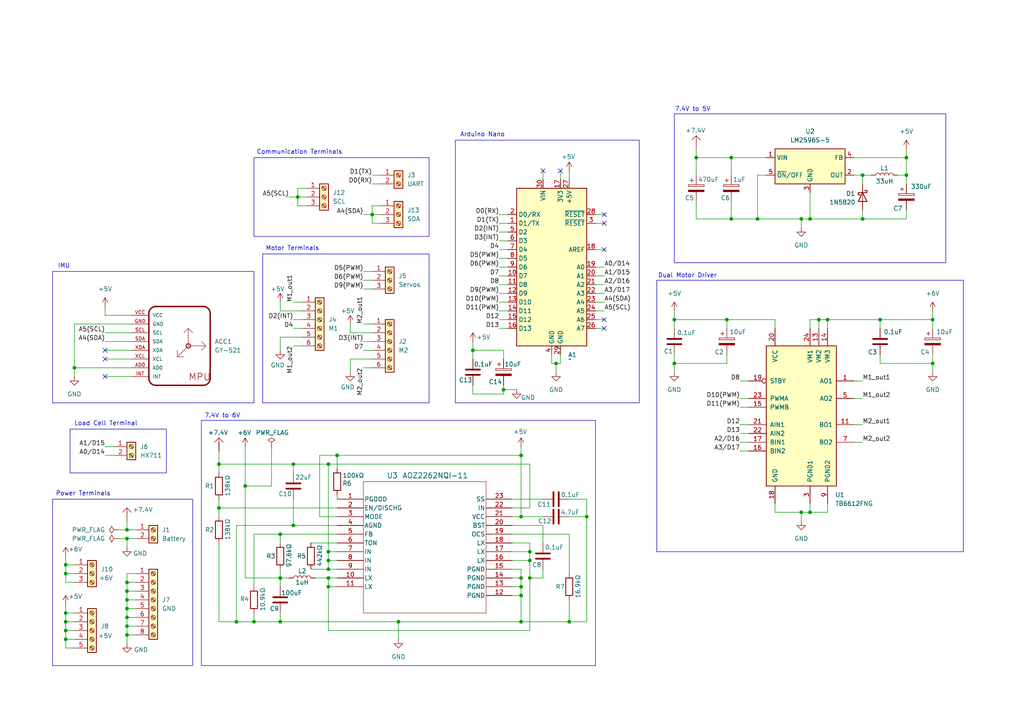
<source format=kicad_sch>
(kicad_sch (version 20231120) (generator "eeschema") (generator_version "8.0")
  (paper "A4")
  (junction (at 19.05 185.42))
  (junction (at 19.05 163.83))
  (junction (at 19.05 180.34))
  (junction (at 212.09 45.72))
  (junction (at 36.83 171.45))
  (junction (at 151.13 149.86))
  (junction (at 86.36 57.15))
  (junction (at 151.13 170.18))
  (junction (at 36.83 179.07))
  (junction (at 95.25 165.1))
  (junction (at 81.28 180.34))
  (junction (at 95.25 134.62))
  (junction (at 270.51 92.71))
  (junction (at 19.05 166.37))
  (junction (at 21.59 106.68))
  (junction (at 201.93 45.72))
  (junction (at 68.58 180.34))
  (junction (at 151.13 167.64))
  (junction (at 250.19 63.5))
  (junction (at 36.83 181.61))
  (junction (at 85.09 134.62))
  (junction (at 19.05 182.88))
  (junction (at 63.5 147.32))
  (junction (at 262.89 45.72))
  (junction (at 151.13 180.34))
  (junction (at 137.16 101.6))
  (junction (at 36.83 176.53))
  (junction (at 97.79 132.08))
  (junction (at 95.25 170.18))
  (junction (at 262.89 50.8))
  (junction (at 195.58 92.71))
  (junction (at 153.67 167.64))
  (junction (at 153.67 162.56))
  (junction (at 255.27 92.71))
  (junction (at 36.83 184.15))
  (junction (at 36.83 173.99))
  (junction (at 36.83 156.21))
  (junction (at 115.57 180.34))
  (junction (at 95.25 167.64))
  (junction (at 240.03 92.71))
  (junction (at 212.09 63.5))
  (junction (at 153.67 160.02))
  (junction (at 19.05 177.8))
  (junction (at 237.49 92.71))
  (junction (at 151.13 172.72))
  (junction (at 95.25 162.56))
  (junction (at 95.25 160.02))
  (junction (at 170.18 149.86))
  (junction (at 210.82 92.71))
  (junction (at 270.51 105.41))
  (junction (at 71.12 140.97))
  (junction (at 81.28 154.94))
  (junction (at 107.95 62.23))
  (junction (at 232.41 148.59))
  (junction (at 219.71 63.5))
  (junction (at 146.05 113.03))
  (junction (at 81.28 167.64))
  (junction (at 232.41 63.5))
  (junction (at 36.83 168.91))
  (junction (at 234.95 148.59))
  (junction (at 250.19 50.8))
  (junction (at 73.66 180.34))
  (junction (at 234.95 63.5))
  (junction (at 165.1 180.34))
  (junction (at 63.5 134.62))
  (junction (at 161.29 105.41))
  (junction (at 195.58 105.41))
  (junction (at 36.83 153.67))
  (junction (at 151.13 132.08))
  (junction (at 85.09 152.4))
  (no_connect (at 30.48 109.22))
  (no_connect (at 157.48 49.53))
  (no_connect (at 175.26 62.23))
  (no_connect (at 175.26 92.71))
  (no_connect (at 162.56 49.53))
  (no_connect (at 175.26 64.77))
  (no_connect (at 175.26 72.39))
  (no_connect (at 30.48 104.14))
  (no_connect (at 30.48 101.6))
  (no_connect (at 175.26 95.25))
  (wire (pts (xy 262.89 63.5) (xy 250.19 63.5)))
  (wire (pts (xy 137.16 104.14) (xy 137.16 101.6)))
  (wire (pts (xy 175.26 82.55) (xy 172.72 82.55)))
  (wire (pts (xy 195.58 92.71) (xy 210.82 92.71)))
  (wire (pts (xy 224.79 92.71) (xy 224.79 95.25)))
  (wire (pts (xy 237.49 92.71) (xy 237.49 95.25)))
  (wire (pts (xy 105.41 78.74) (xy 107.95 78.74)))
  (wire (pts (xy 232.41 151.13) (xy 232.41 148.59)))
  (wire (pts (xy 19.05 177.8) (xy 19.05 180.34)))
  (wire (pts (xy 172.72 62.23) (xy 175.26 62.23)))
  (wire (pts (xy 234.95 92.71) (xy 237.49 92.71)))
  (wire (pts (xy 165.1 166.37) (xy 165.1 154.94)))
  (wire (pts (xy 151.13 172.72) (xy 148.59 172.72)))
  (wire (pts (xy 210.82 102.87) (xy 210.82 105.41)))
  (wire (pts (xy 105.41 83.82) (xy 107.95 83.82)))
  (wire (pts (xy 81.28 165.1) (xy 81.28 167.64)))
  (wire (pts (xy 234.95 95.25) (xy 234.95 92.71)))
  (wire (pts (xy 151.13 149.86) (xy 157.48 149.86)))
  (wire (pts (xy 144.78 87.63) (xy 147.32 87.63)))
  (wire (pts (xy 262.89 53.34) (xy 262.89 50.8)))
  (wire (pts (xy 212.09 45.72) (xy 222.25 45.72)))
  (wire (pts (xy 36.83 176.53) (xy 36.83 179.07)))
  (wire (pts (xy 151.13 132.08) (xy 151.13 149.86)))
  (wire (pts (xy 172.72 95.25) (xy 175.26 95.25)))
  (wire (pts (xy 214.63 118.11) (xy 217.17 118.11)))
  (wire (pts (xy 160.02 102.87) (xy 160.02 105.41)))
  (wire (pts (xy 151.13 165.1) (xy 151.13 167.64)))
  (wire (pts (xy 212.09 63.5) (xy 212.09 58.42)))
  (wire (pts (xy 19.05 185.42) (xy 19.05 187.96)))
  (wire (pts (xy 175.26 87.63) (xy 172.72 87.63)))
  (wire (pts (xy 170.18 149.86) (xy 170.18 144.78)))
  (wire (pts (xy 86.36 59.69) (xy 88.9 59.69)))
  (wire (pts (xy 34.29 156.21) (xy 36.83 156.21)))
  (wire (pts (xy 144.78 80.01) (xy 147.32 80.01)))
  (wire (pts (xy 161.29 105.41) (xy 161.29 107.95)))
  (wire (pts (xy 137.16 99.06) (xy 137.16 101.6)))
  (wire (pts (xy 73.66 180.34) (xy 81.28 180.34)))
  (wire (pts (xy 234.95 63.5) (xy 250.19 63.5)))
  (wire (pts (xy 19.05 161.29) (xy 19.05 163.83)))
  (wire (pts (xy 148.59 157.48) (xy 153.67 157.48)))
  (wire (pts (xy 195.58 105.41) (xy 210.82 105.41)))
  (wire (pts (xy 68.58 180.34) (xy 73.66 180.34)))
  (wire (pts (xy 165.1 180.34) (xy 170.18 180.34)))
  (wire (pts (xy 157.48 152.4) (xy 157.48 157.48)))
  (wire (pts (xy 81.28 97.79) (xy 87.63 97.79)))
  (wire (pts (xy 73.66 154.94) (xy 81.28 154.94)))
  (wire (pts (xy 36.83 184.15) (xy 39.37 184.15)))
  (wire (pts (xy 95.25 182.88) (xy 153.67 182.88)))
  (wire (pts (xy 85.09 100.33) (xy 87.63 100.33)))
  (wire (pts (xy 165.1 149.86) (xy 170.18 149.86)))
  (wire (pts (xy 19.05 187.96) (xy 21.59 187.96)))
  (wire (pts (xy 110.49 59.69) (xy 107.95 59.69)))
  (wire (pts (xy 36.83 173.99) (xy 36.83 176.53)))
  (wire (pts (xy 262.89 60.96) (xy 262.89 63.5)))
  (wire (pts (xy 144.78 90.17) (xy 147.32 90.17)))
  (wire (pts (xy 153.67 157.48) (xy 153.67 160.02)))
  (wire (pts (xy 262.89 43.18) (xy 262.89 45.72)))
  (wire (pts (xy 95.25 160.02) (xy 97.79 160.02)))
  (wire (pts (xy 234.95 146.05) (xy 234.95 148.59)))
  (wire (pts (xy 36.83 181.61) (xy 36.83 184.15)))
  (wire (pts (xy 101.6 104.14) (xy 107.95 104.14)))
  (wire (pts (xy 81.28 177.8) (xy 81.28 180.34)))
  (wire (pts (xy 232.41 148.59) (xy 224.79 148.59)))
  (wire (pts (xy 151.13 170.18) (xy 151.13 172.72)))
  (wire (pts (xy 81.28 157.48) (xy 81.28 154.94)))
  (wire (pts (xy 214.63 123.19) (xy 217.17 123.19)))
  (wire (pts (xy 36.83 173.99) (xy 39.37 173.99)))
  (wire (pts (xy 85.09 144.78) (xy 85.09 152.4)))
  (wire (pts (xy 73.66 177.8) (xy 73.66 180.34)))
  (wire (pts (xy 165.1 49.53) (xy 165.1 52.07)))
  (wire (pts (xy 78.74 129.54) (xy 78.74 140.97)))
  (wire (pts (xy 19.05 175.26) (xy 19.05 177.8)))
  (wire (pts (xy 146.05 101.6) (xy 146.05 104.14)))
  (wire (pts (xy 34.29 153.67) (xy 36.83 153.67)))
  (wire (pts (xy 105.41 62.23) (xy 107.95 62.23)))
  (wire (pts (xy 201.93 63.5) (xy 212.09 63.5)))
  (wire (pts (xy 170.18 144.78) (xy 165.1 144.78)))
  (wire (pts (xy 36.83 181.61) (xy 39.37 181.61)))
  (wire (pts (xy 210.82 92.71) (xy 210.82 95.25)))
  (wire (pts (xy 201.93 45.72) (xy 212.09 45.72)))
  (wire (pts (xy 36.83 153.67) (xy 39.37 153.67)))
  (wire (pts (xy 255.27 95.25) (xy 255.27 92.71)))
  (wire (pts (xy 97.79 132.08) (xy 97.79 135.89)))
  (wire (pts (xy 81.28 101.6) (xy 81.28 97.79)))
  (wire (pts (xy 63.5 134.62) (xy 63.5 130.81)))
  (wire (pts (xy 95.25 162.56) (xy 95.25 165.1)))
  (wire (pts (xy 88.9 54.61) (xy 86.36 54.61)))
  (wire (pts (xy 262.89 45.72) (xy 262.89 50.8)))
  (wire (pts (xy 252.73 50.8) (xy 250.19 50.8)))
  (wire (pts (xy 90.17 157.48) (xy 97.79 157.48)))
  (wire (pts (xy 270.51 90.17) (xy 270.51 92.71)))
  (wire (pts (xy 92.71 132.08) (xy 97.79 132.08)))
  (wire (pts (xy 144.78 77.47) (xy 147.32 77.47)))
  (wire (pts (xy 240.03 146.05) (xy 240.03 148.59)))
  (wire (pts (xy 30.48 101.6) (xy 38.1 101.6)))
  (wire (pts (xy 85.09 92.71) (xy 87.63 92.71)))
  (wire (pts (xy 30.48 91.44) (xy 38.1 91.44)))
  (wire (pts (xy 19.05 182.88) (xy 19.05 185.42)))
  (wire (pts (xy 81.28 167.64) (xy 81.28 170.18)))
  (wire (pts (xy 63.5 147.32) (xy 63.5 149.86)))
  (wire (pts (xy 195.58 105.41) (xy 195.58 107.95)))
  (wire (pts (xy 137.16 114.3) (xy 146.05 114.3)))
  (wire (pts (xy 195.58 95.25) (xy 195.58 92.71)))
  (wire (pts (xy 36.83 158.75) (xy 36.83 156.21)))
  (wire (pts (xy 148.59 167.64) (xy 151.13 167.64)))
  (wire (pts (xy 144.78 72.39) (xy 147.32 72.39)))
  (wire (pts (xy 19.05 185.42) (xy 21.59 185.42)))
  (wire (pts (xy 162.56 49.53) (xy 162.56 52.07)))
  (wire (pts (xy 71.12 140.97) (xy 71.12 167.64)))
  (wire (pts (xy 85.09 95.25) (xy 87.63 95.25)))
  (wire (pts (xy 105.41 106.68) (xy 107.95 106.68)))
  (wire (pts (xy 86.36 57.15) (xy 88.9 57.15)))
  (wire (pts (xy 153.67 160.02) (xy 153.67 162.56)))
  (wire (pts (xy 214.63 128.27) (xy 217.17 128.27)))
  (wire (pts (xy 36.83 166.37) (xy 36.83 168.91)))
  (wire (pts (xy 73.66 170.18) (xy 73.66 154.94)))
  (wire (pts (xy 153.67 162.56) (xy 148.59 162.56)))
  (wire (pts (xy 144.78 62.23) (xy 147.32 62.23)))
  (wire (pts (xy 90.17 165.1) (xy 95.25 165.1)))
  (wire (pts (xy 36.83 168.91) (xy 39.37 168.91)))
  (wire (pts (xy 63.5 134.62) (xy 85.09 134.62)))
  (wire (pts (xy 175.26 77.47) (xy 172.72 77.47)))
  (wire (pts (xy 255.27 102.87) (xy 255.27 105.41)))
  (wire (pts (xy 107.95 64.77) (xy 110.49 64.77)))
  (wire (pts (xy 92.71 149.86) (xy 92.71 132.08)))
  (wire (pts (xy 97.79 143.51) (xy 97.79 144.78)))
  (wire (pts (xy 95.25 162.56) (xy 97.79 162.56)))
  (wire (pts (xy 250.19 110.49) (xy 247.65 110.49)))
  (wire (pts (xy 250.19 123.19) (xy 247.65 123.19)))
  (wire (pts (xy 19.05 166.37) (xy 21.59 166.37)))
  (wire (pts (xy 19.05 163.83) (xy 19.05 166.37)))
  (wire (pts (xy 240.03 148.59) (xy 234.95 148.59)))
  (wire (pts (xy 250.19 50.8) (xy 247.65 50.8)))
  (wire (pts (xy 107.95 62.23) (xy 107.95 64.77)))
  (wire (pts (xy 146.05 113.03) (xy 146.05 111.76)))
  (wire (pts (xy 270.51 105.41) (xy 270.51 107.95)))
  (wire (pts (xy 255.27 92.71) (xy 270.51 92.71)))
  (wire (pts (xy 214.63 125.73) (xy 217.17 125.73)))
  (wire (pts (xy 234.95 63.5) (xy 234.95 55.88)))
  (wire (pts (xy 81.28 180.34) (xy 115.57 180.34)))
  (wire (pts (xy 157.48 165.1) (xy 157.48 167.64)))
  (wire (pts (xy 21.59 106.68) (xy 21.59 109.22)))
  (wire (pts (xy 151.13 149.86) (xy 148.59 149.86)))
  (wire (pts (xy 214.63 115.57) (xy 217.17 115.57)))
  (wire (pts (xy 101.6 93.98) (xy 101.6 96.52)))
  (wire (pts (xy 30.48 129.54) (xy 33.02 129.54)))
  (wire (pts (xy 36.83 166.37) (xy 39.37 166.37)))
  (wire (pts (xy 153.67 162.56) (xy 153.67 167.64)))
  (wire (pts (xy 210.82 92.71) (xy 224.79 92.71)))
  (wire (pts (xy 81.28 167.64) (xy 83.82 167.64)))
  (wire (pts (xy 91.44 167.64) (xy 95.25 167.64)))
  (wire (pts (xy 232.41 63.5) (xy 234.95 63.5)))
  (wire (pts (xy 19.05 182.88) (xy 21.59 182.88)))
  (wire (pts (xy 101.6 107.95) (xy 101.6 104.14)))
  (wire (pts (xy 85.09 152.4) (xy 97.79 152.4)))
  (wire (pts (xy 86.36 54.61) (xy 86.36 57.15)))
  (wire (pts (xy 105.41 93.98) (xy 107.95 93.98)))
  (wire (pts (xy 219.71 50.8) (xy 219.71 63.5)))
  (wire (pts (xy 144.78 85.09) (xy 147.32 85.09)))
  (wire (pts (xy 219.71 50.8) (xy 222.25 50.8)))
  (wire (pts (xy 63.5 147.32) (xy 97.79 147.32)))
  (wire (pts (xy 86.36 57.15) (xy 86.36 59.69)))
  (wire (pts (xy 153.67 167.64) (xy 153.67 182.88)))
  (wire (pts (xy 95.25 134.62) (xy 95.25 160.02)))
  (wire (pts (xy 105.41 81.28) (xy 107.95 81.28)))
  (wire (pts (xy 115.57 180.34) (xy 151.13 180.34)))
  (wire (pts (xy 36.83 168.91) (xy 36.83 171.45)))
  (wire (pts (xy 30.48 132.08) (xy 33.02 132.08)))
  (wire (pts (xy 107.95 50.8) (xy 110.49 50.8)))
  (wire (pts (xy 95.25 167.64) (xy 95.25 170.18)))
  (wire (pts (xy 85.09 134.62) (xy 95.25 134.62)))
  (wire (pts (xy 250.19 115.57) (xy 247.65 115.57)))
  (wire (pts (xy 107.95 53.34) (xy 110.49 53.34)))
  (wire (pts (xy 201.93 58.42) (xy 201.93 63.5)))
  (wire (pts (xy 30.48 99.06) (xy 38.1 99.06)))
  (wire (pts (xy 21.59 106.68) (xy 38.1 106.68)))
  (wire (pts (xy 36.83 176.53) (xy 39.37 176.53)))
  (wire (pts (xy 212.09 45.72) (xy 212.09 50.8)))
  (wire (pts (xy 30.48 88.9) (xy 30.48 91.44)))
  (wire (pts (xy 224.79 148.59) (xy 224.79 146.05)))
  (wire (pts (xy 153.67 134.62) (xy 153.67 147.32)))
  (wire (pts (xy 165.1 154.94) (xy 148.59 154.94)))
  (wire (pts (xy 137.16 101.6) (xy 146.05 101.6)))
  (wire (pts (xy 153.67 147.32) (xy 148.59 147.32)))
  (wire (pts (xy 250.19 53.34) (xy 250.19 50.8)))
  (wire (pts (xy 68.58 152.4) (xy 85.09 152.4)))
  (wire (pts (xy 144.78 74.93) (xy 147.32 74.93)))
  (wire (pts (xy 234.95 148.59) (xy 232.41 148.59)))
  (wire (pts (xy 97.79 149.86) (xy 92.71 149.86)))
  (wire (pts (xy 237.49 92.71) (xy 240.03 92.71)))
  (wire (pts (xy 30.48 104.14) (xy 38.1 104.14)))
  (wire (pts (xy 146.05 114.3) (xy 146.05 113.03)))
  (wire (pts (xy 170.18 180.34) (xy 170.18 149.86)))
  (wire (pts (xy 144.78 92.71) (xy 147.32 92.71)))
  (wire (pts (xy 105.41 99.06) (xy 107.95 99.06)))
  (wire (pts (xy 172.72 92.71) (xy 175.26 92.71)))
  (wire (pts (xy 175.26 80.01) (xy 172.72 80.01)))
  (wire (pts (xy 240.03 92.71) (xy 240.03 95.25)))
  (wire (pts (xy 212.09 63.5) (xy 219.71 63.5)))
  (wire (pts (xy 19.05 180.34) (xy 21.59 180.34)))
  (wire (pts (xy 201.93 43.18) (xy 201.93 45.72)))
  (wire (pts (xy 21.59 93.98) (xy 21.59 106.68)))
  (wire (pts (xy 105.41 101.6) (xy 107.95 101.6)))
  (wire (pts (xy 71.12 129.54) (xy 71.12 140.97)))
  (wire (pts (xy 232.41 66.04) (xy 232.41 63.5)))
  (wire (pts (xy 36.83 179.07) (xy 36.83 181.61)))
  (wire (pts (xy 144.78 64.77) (xy 147.32 64.77)))
  (wire (pts (xy 144.78 95.25) (xy 147.32 95.25)))
  (wire (pts (xy 36.83 171.45) (xy 39.37 171.45)))
  (wire (pts (xy 101.6 96.52) (xy 107.95 96.52)))
  (wire (pts (xy 81.28 154.94) (xy 97.79 154.94)))
  (wire (pts (xy 157.48 144.78) (xy 148.59 144.78)))
  (wire (pts (xy 262.89 50.8) (xy 260.35 50.8)))
  (wire (pts (xy 162.56 105.41) (xy 162.56 102.87)))
  (wire (pts (xy 19.05 163.83) (xy 21.59 163.83)))
  (wire (pts (xy 19.05 177.8) (xy 21.59 177.8)))
  (wire (pts (xy 148.59 165.1) (xy 151.13 165.1)))
  (wire (pts (xy 81.28 87.63) (xy 81.28 90.17)))
  (wire (pts (xy 165.1 173.99) (xy 165.1 180.34)))
  (wire (pts (xy 30.48 96.52) (xy 38.1 96.52)))
  (wire (pts (xy 157.48 49.53) (xy 157.48 52.07)))
  (wire (pts (xy 144.78 69.85) (xy 147.32 69.85)))
  (wire (pts (xy 97.79 132.08) (xy 151.13 132.08)))
  (wire (pts (xy 151.13 180.34) (xy 165.1 180.34)))
  (wire (pts (xy 85.09 137.16) (xy 85.09 134.62)))
  (wire (pts (xy 161.29 105.41) (xy 162.56 105.41)))
  (wire (pts (xy 36.83 156.21) (xy 39.37 156.21)))
  (wire (pts (xy 250.19 60.96) (xy 250.19 63.5)))
  (wire (pts (xy 160.02 105.41) (xy 161.29 105.41)))
  (wire (pts (xy 19.05 180.34) (xy 19.05 182.88)))
  (wire (pts (xy 95.25 170.18) (xy 97.79 170.18)))
  (wire (pts (xy 21.59 93.98) (xy 38.1 93.98)))
  (wire (pts (xy 63.5 144.78) (xy 63.5 147.32)))
  (wire (pts (xy 21.59 168.91) (xy 19.05 168.91)))
  (wire (pts (xy 19.05 166.37) (xy 19.05 168.91)))
  (wire (pts (xy 36.83 171.45) (xy 36.83 173.99)))
  (wire (pts (xy 107.95 62.23) (xy 110.49 62.23)))
  (wire (pts (xy 71.12 167.64) (xy 81.28 167.64)))
  (wire (pts (xy 175.26 90.17) (xy 172.72 90.17)))
  (wire (pts (xy 95.25 160.02) (xy 95.25 162.56)))
  (wire (pts (xy 270.51 102.87) (xy 270.51 105.41)))
  (wire (pts (xy 144.78 67.31) (xy 147.32 67.31)))
  (wire (pts (xy 148.59 160.02) (xy 153.67 160.02)))
  (wire (pts (xy 270.51 92.71) (xy 270.51 95.25)))
  (wire (pts (xy 85.09 87.63) (xy 87.63 87.63)))
  (wire (pts (xy 63.5 180.34) (xy 68.58 180.34)))
  (wire (pts (xy 201.93 50.8) (xy 201.93 45.72)))
  (wire (pts (xy 195.58 90.17) (xy 195.58 92.71)))
  (wire (pts (xy 83.82 57.15) (xy 86.36 57.15)))
  (wire (pts (xy 175.26 85.09) (xy 172.72 85.09)))
  (wire (pts (xy 157.48 152.4) (xy 148.59 152.4)))
  (wire (pts (xy 97.79 167.64) (xy 95.25 167.64)))
  (wire (pts (xy 172.72 64.77) (xy 175.26 64.77)))
  (wire (pts (xy 95.25 165.1) (xy 97.79 165.1)))
  (wire (pts (xy 81.28 90.17) (xy 87.63 90.17)))
  (wire (pts (xy 107.95 59.69) (xy 107.95 62.23)))
  (wire (pts (xy 157.48 167.64) (xy 153.67 167.64)))
  (wire (pts (xy 240.03 92.71) (xy 255.27 92.71)))
  (wire (pts (xy 137.16 111.76) (xy 137.16 114.3)))
  (wire (pts (xy 30.48 109.22) (xy 38.1 109.22)))
  (wire (pts (xy 219.71 63.5) (xy 232.41 63.5)))
  (wire (pts (xy 144.78 82.55) (xy 147.32 82.55)))
  (wire (pts (xy 247.65 45.72) (xy 262.89 45.72)))
  (wire (pts (xy 36.83 179.07) (xy 39.37 179.07)))
  (wire (pts (xy 95.25 134.62) (xy 153.67 134.62)))
  (wire (pts (xy 115.57 185.42) (xy 115.57 180.34)))
  (wire (pts (xy 214.63 110.49) (xy 217.17 110.49)))
  (wire (pts (xy 151.13 167.64) (xy 151.13 170.18)))
  (wire (pts (xy 63.5 157.48) (xy 63.5 180.34)))
  (wire (pts (xy 149.86 113.03) (xy 146.05 113.03)))
  (wire (pts (xy 63.5 137.16) (xy 63.5 134.62)))
  (wire (pts (xy 151.13 172.72) (xy 151.13 180.34)))
  (wire (pts (xy 250.19 128.27) (xy 247.65 128.27)))
  (wire (pts (xy 255.27 105.41) (xy 270.51 105.41)))
  (wire (pts (xy 95.25 182.88) (xy 95.25 170.18)))
  (wire (pts (xy 214.63 130.81) (xy 217.17 130.81)))
  (wire (pts (xy 68.58 152.4) (xy 68.58 180.34)))
  (wire (pts (xy 151.13 129.54) (xy 151.13 132.08)))
  (wire (pts (xy 195.58 102.87) (xy 195.58 105.41)))
  (wire (pts (xy 148.59 170.18) (xy 151.13 170.18)))
  (wire (pts (xy 36.83 151.13) (xy 36.83 153.67)))
  (wire (pts (xy 36.83 184.15) (xy 36.83 186.69)))
  (wire (pts (xy 71.12 140.97) (xy 78.74 140.97)))
  (wire (pts (xy 172.72 72.39) (xy 175.26 72.39)))
  (rectangle (start 195.58 33.02) (end 274.32 76.2))
  (rectangle (start 73.66 45.72) (end 124.46 68.58))
  (rectangle (start 15.24 144.78) (end 55.88 193.04))
  (rectangle (start 58.42 121.92) (end 172.72 193.04))
  (rectangle (start 20.32 124.46) (end 48.26 137.16))
  (rectangle (start 15.24 78.74) (end 73.66 116.84))
  (rectangle (start 132.08 40.64) (end 185.42 116.84))
  (rectangle (start 190.5 81.28) (end 279.4 160.02))
  (rectangle (start 76.2 73.66) (end 124.46 116.84))
  (text "7.4V to 6V" (at 64.516 120.65 0) (effects (font (size 1.27 1.27))))
  (text "Communication Terminals" (at 86.868 44.196 0) (effects (font (size 1.27 1.27))))
  (text "Dual Motor Driver" (at 199.39 80.01 0) (effects (font (size 1.27 1.27))))
  (text "7.4V to 5V" (at 200.914 31.75 0) (effects (font (size 1.27 1.27))))
  (text "Arduino Nano" (at 139.954 39.116 0) (effects (font (size 1.27 1.27))))
  (text "Power Terminals" (at 24.13 143.256 0) (effects (font (size 1.27 1.27))))
  (text "Motor Terminals" (at 84.836 72.136 0) (effects (font (size 1.27 1.27))))
  (text "Load Cell Terminal" (at 30.734 122.936 0) (effects (font (size 1.27 1.27))))
  (text "IMU" (at 18.542 77.216 0) (effects (font (size 1.27 1.27))))
  (label "D12" (at 214.63 123.19 180))
  (label "A4(SDA)" (at 30.48 99.06 180))
  (label "D6(PWM)" (at 105.41 81.28 180))
  (label "D8" (at 214.63 110.49 180))
  (label "A1{slash}D15" (at 30.48 129.54 180))
  (label "D8" (at 144.78 82.55 180))
  (label "M1_out2" (at 250.19 115.57 0))
  (label "A5(SCL)" (at 30.48 96.52 180))
  (label "D5(PWM)" (at 144.78 74.93 180))
  (label "D6(PWM)" (at 144.78 77.47 180))
  (label "A3{slash}D17" (at 214.63 130.81 180))
  (label "D4" (at 85.09 95.25 180))
  (label "M2_out1" (at 105.41 93.98 90))
  (label "D2(INT)" (at 85.09 92.71 180))
  (label "D13" (at 144.78 95.25 180))
  (label "A5(SCL)" (at 175.26 90.17 0))
  (label "D10(PWM)" (at 144.78 87.63 180))
  (label "D9(PWM)" (at 105.41 83.82 180))
  (label "M2_out2" (at 105.41 106.68 270))
  (label "M1_out2" (at 85.09 100.33 270))
  (label "D0(RX)" (at 144.78 62.23 180))
  (label "M1_out1" (at 85.09 87.63 90))
  (label "D13" (at 214.63 125.73 180))
  (label "A1{slash}D15" (at 175.26 80.01 0))
  (label "A0{slash}D14" (at 175.26 77.47 0))
  (label "D7" (at 144.78 80.01 180))
  (label "D3(INT)" (at 144.78 69.85 180))
  (label "D1(TX)" (at 144.78 64.77 180))
  (label "D5(PWM)" (at 105.41 78.74 180))
  (label "A0{slash}D14" (at 30.48 132.08 180))
  (label "D3(INT)" (at 105.41 99.06 180))
  (label "M2_out2" (at 250.19 128.27 0))
  (label "D11(PWM)" (at 214.63 118.11 180))
  (label "D12" (at 144.78 92.71 180))
  (label "A2{slash}D16" (at 214.63 128.27 180))
  (label "M1_out1" (at 250.19 110.49 0))
  (label "D9(PWM)" (at 144.78 85.09 180))
  (label "D0(RX)" (at 107.95 53.34 180))
  (label "D10(PWM)" (at 214.63 115.57 180))
  (label "M2_out1" (at 250.19 123.19 0))
  (label "D7" (at 105.41 101.6 180))
  (label "A4(SDA)" (at 105.41 62.23 180))
  (label "A5(SCL)" (at 83.82 57.15 180))
  (label "D1(TX)" (at 107.95 50.8 180))
  (label "A3{slash}D17" (at 175.26 85.09 0))
  (label "D4" (at 144.78 72.39 180))
  (label "D11(PWM)" (at 144.78 90.17 180))
  (label "A2{slash}D16" (at 175.26 82.55 0))
  (label "D2(INT)" (at 144.78 67.31 180))
  (label "A4(SDA)" (at 175.26 87.63 0))
  (symbol (lib_id "power:GND") (at 115.57 185.42 0) (unit 1)
    (property "Reference" "#PWR09" (effects (hide yes)))
    (property "Value" "GND" (at 115.57 190.5 0))
    (property "Description" "Power symbol creates a global label with name \"GND\" , ground" (effects (hide yes)))
  )
  (symbol (lib_id "Connector:Screw_Terminal_01x03") (at 113.03 81.28 0) (unit 1)
    (property "Reference" "J5" (at 115.57 80.0099 0) (effects (justify left)))
    (property "Value" "Servos" (at 115.57 82.5499 0) (effects (justify left)))
    (property "Footprint" "TerminalBlock:TerminalBlock_Altech_AK300-3_P5.00mm" (effects (hide yes)))
    (property "Description" "Generic screw terminal, single row, 01x03, script generated (kicad-library-utils/schlib/autogen/connector/)" (effects (hide yes)))
  )
  (symbol (lib_id "power:GND") (at 81.28 101.6 0) (unit 1)
    (property "Reference" "#PWR016" (effects (hide yes)))
    (property "Value" "GND" (at 80.518 105.918 0))
    (property "Description" "Power symbol creates a global label with name \"GND\" , ground" (effects (hide yes)))
  )
  (symbol (lib_id "Connector:Screw_Terminal_01x06") (at 92.71 92.71 0) (unit 1)
    (property "Reference" "J4" (at 95.25 92.7099 0) (effects (justify left)))
    (property "Value" "M1" (at 95.25 95.2499 0) (effects (justify left)))
    (property "Footprint" "TerminalBlock:TerminalBlock_bornier-6_P5.08mm" (effects (hide yes)))
    (property "Description" "Generic screw terminal, single row, 01x06, script generated (kicad-library-utils/schlib/autogen/connector/)" (effects (hide yes)))
  )
  (symbol (lib_id "Device:R") (at 90.17 161.29 0) (unit 1)
    (property "Reference" "R5" (at 86.106 161.29 0) (effects (justify left)))
    (property "Value" "442kΩ" (at 92.71 164.338 90) (effects (justify left)))
    (property "Footprint" "Resistor_SMD:R_0402_1005Metric_Pad0.72x0.64mm_HandSolder" (effects (hide yes)))
    (property "Description" "Resistor" (effects (hide yes)))
  )
  (symbol (lib_id "Connector:Screw_Terminal_01x03") (at 93.98 57.15 0) (unit 1)
    (property "Reference" "J12" (at 96.52 55.8799 0) (effects (justify left)))
    (property "Value" "SCL" (at 96.52 58.4199 0) (effects (justify left)))
    (property "Footprint" "TerminalBlock:TerminalBlock_Altech_AK300-3_P5.00mm" (effects (hide yes)))
    (property "Description" "Generic screw terminal, single row, 01x03, script generated (kicad-library-utils/schlib/autogen/connector/)" (effects (hide yes)))
  )
  (symbol (lib_id "Connector:Screw_Terminal_01x02") (at 115.57 50.8 0) (unit 1)
    (property "Reference" "J3" (at 118.11 50.7999 0) (effects (justify left)))
    (property "Value" "UART" (at 118.11 53.3399 0) (effects (justify left)))
    (property "Footprint" "TerminalBlock:TerminalBlock_Altech_AK300-2_P5.00mm" (effects (hide yes)))
    (property "Description" "Generic screw terminal, single row, 01x02, script generated (kicad-library-utils/schlib/autogen/connector/)" (effects (hide yes)))
  )
  (symbol (lib_id "Connector:Screw_Terminal_01x08") (at 44.45 173.99 0) (unit 1)
    (property "Reference" "J7" (at 46.99 173.9899 0) (effects (justify left)))
    (property "Value" "GND" (at 46.99 176.5299 0) (effects (justify left)))
    (property "Footprint" "TerminalBlock:TerminalBlock_bornier-8_P5.08mm" (effects (hide yes)))
    (property "Description" "Generic screw terminal, single row, 01x08, script generated (kicad-library-utils/schlib/autogen/connector/)" (effects (hide yes)))
  )
  (symbol (lib_id "Connector:Screw_Terminal_01x02") (at 44.45 153.67 0) (unit 1)
    (property "Reference" "J1" (at 46.99 153.6699 0) (effects (justify left)))
    (property "Value" "Battery" (at 46.99 156.2099 0) (effects (justify left)))
    (property "Footprint" "TerminalBlock:TerminalBlock_Altech_AK300-2_P5.00mm" (effects (hide yes)))
    (property "Description" "Generic screw terminal, single row, 01x02, script generated (kicad-library-utils/schlib/autogen/connector/)" (effects (hide yes)))
  )
  (symbol (lib_id "Custom:+7.4V") (at 63.5 124.46 0) (unit 1)
    (property "Reference" "#PWR011" (effects (hide yes)))
    (property "Value" "+7.4V" (at 63.246 125.476 0))
  )
  (symbol (lib_id "power:+5V") (at 19.05 175.26 0) (unit 1)
    (property "Reference" "#PWR025" (effects (hide yes)))
    (property "Value" "+5V" (at 21.844 172.974 0))
    (property "Description" "Power symbol creates a global label with name \"+5V\"" (effects (hide yes)))
  )
  (symbol (lib_id "GY-521:GY-521") (at 54.61 100.33 0) (unit 1)
    (property "Reference" "ACC1" (at 62.23 99.0599 0) (effects (justify left)))
    (property "Value" "GY-521" (at 62.23 101.5999 0) (effects (justify left)))
    (property "Footprint" "GY-521:GY-521" (effects (hide yes)))
    (property "MF" "GODREAM FORDREAM CO., LIMITED" (effects (hide yes)))
    (property "Description_1" "\n                        \n                            Triple Axis Accelerometer Gyro Breakout\n                        \n" (effects (hide yes)))
    (property "Package" "Connector" (effects (hide yes)))
    (property "Price" "None" (effects (hide yes)))
    (property "SnapEDA_Link" "https://www.snapeda.com/parts/GY-521/GODREAM+FORDREAM+CO.%252C+LIMITED/view-part/?ref=snap" (effects (hide yes)))
    (property "MP" "GY-521" (effects (hide yes)))
    (property "Availability" "Not in stock" (effects (hide yes)))
    (property "Check_prices" "https://www.snapeda.com/parts/GY-521/GODREAM+FORDREAM+CO.%252C+LIMITED/view-part/?ref=eda" (effects (hide yes)))
  )
  (symbol (lib_id "Device:R") (at 73.66 173.99 0) (unit 1)
    (property "Reference" "R4" (at 69.596 173.736 0) (effects (justify left)))
    (property "Value" "10.9kΩ" (at 76.2 177.292 90) (effects (justify left)))
    (property "Footprint" "Resistor_SMD:R_0805_2012Metric_Pad1.20x1.40mm_HandSolder" (effects (hide yes)))
    (property "Description" "Resistor" (effects (hide yes)))
  )
  (symbol (lib_id "Device:C") (at 137.16 107.95 0) (unit 1)
    (property "Reference" "C13" (at 133.096 110.236 0) (effects (justify left)))
    (property "Value" "0.1uF" (at 137.414 105.664 0) (effects (justify left)))
    (property "Footprint" "Capacitor_SMD:C_0402_1005Metric_Pad0.74x0.62mm_HandSolder" (effects (hide yes)))
    (property "Description" "Unpolarized capacitor" (effects (hide yes)))
  )
  (symbol (lib_id "power:+6V") (at 19.05 161.29 0) (unit 1)
    (property "Reference" "#PWR021" (effects (hide yes)))
    (property "Value" "+6V" (at 21.844 159.258 0))
    (property "Description" "Power symbol creates a global label with name \"+6V\"" (effects (hide yes)))
  )
  (symbol (lib_id "power:GND") (at 232.41 66.04 0) (unit 1)
    (property "Reference" "#PWR06" (effects (hide yes)))
    (property "Value" "GND" (at 232.41 71.12 0))
    (property "Description" "Power symbol creates a global label with name \"GND\" , ground" (effects (hide yes)))
  )
  (symbol (lib_id "Device:R") (at 63.5 140.97 0) (unit 1)
    (property "Reference" "R1" (at 59.436 140.97 0) (effects (justify left)))
    (property "Value" "138kΩ" (at 66.04 144.018 90) (effects (justify left)))
    (property "Footprint" "Resistor_SMD:R_0603_1608Metric_Pad0.98x0.95mm_HandSolder" (effects (hide yes)))
    (property "Description" "Resistor" (effects (hide yes)))
  )
  (symbol (lib_id "power:+5V") (at 81.28 87.63 0) (unit 1)
    (property "Reference" "#PWR015" (effects (hide yes)))
    (property "Value" "+5V" (at 80.518 83.82 0))
    (property "Description" "Power symbol creates a global label with name \"+5V\"" (effects (hide yes)))
  )
  (symbol (lib_id "Connector:Screw_Terminal_01x03") (at 115.57 62.23 0) (unit 1)
    (property "Reference" "J13" (at 118.11 60.9599 0) (effects (justify left)))
    (property "Value" "SDA" (at 118.11 63.4999 0) (effects (justify left)))
    (property "Footprint" "TerminalBlock:TerminalBlock_Altech_AK300-3_P5.00mm" (effects (hide yes)))
    (property "Description" "Generic screw terminal, single row, 01x03, script generated (kicad-library-utils/schlib/autogen/connector/)" (effects (hide yes)))
  )
  (symbol (lib_id "power:GND") (at 270.51 107.95 0) (unit 1)
    (property "Reference" "#PWR05" (effects (hide yes)))
    (property "Value" "GND" (at 270.51 113.03 0))
    (property "Description" "Power symbol creates a global label with name \"GND\" , ground" (effects (hide yes)))
  )
  (symbol (lib_id "Device:C_Polarized") (at 270.51 99.06 0) (unit 1)
    (property "Reference" "C4" (at 266.954 102.108 0) (effects (justify left)))
    (property "Value" "10uF" (at 271.526 96.266 0) (effects (justify left)))
    (property "Footprint" "Capacitor_SMD:C_1206_3216Metric_Pad1.33x1.80mm_HandSolder" (effects (hide yes)))
    (property "Description" "Polarized capacitor" (effects (hide yes)))
  )
  (symbol (lib_id "Device:C") (at 81.28 173.99 0) (unit 1)
    (property "Reference" "C9" (at 78.232 176.53 0) (effects (justify left)))
    (property "Value" "100uF" (at 81.534 171.958 0) (effects (justify left)))
    (property "Footprint" "Capacitor_SMD:C_1206_3216Metric_Pad1.33x1.80mm_HandSolder" (effects (hide yes)))
    (property "Description" "Unpolarized capacitor" (effects (hide yes)))
  )
  (symbol (lib_id "power:GND") (at 161.29 107.95 0) (unit 1)
    (property "Reference" "#PWR019" (effects (hide yes)))
    (property "Value" "GND" (at 161.29 113.03 0))
    (property "Description" "Power symbol creates a global label with name \"GND\" , ground" (effects (hide yes)))
  )
  (symbol (lib_id "power:+5V") (at 101.6 93.98 0) (unit 1)
    (property "Reference" "#PWR017" (effects (hide yes)))
    (property "Value" "+5V" (at 100.838 90.17 0))
    (property "Description" "Power symbol creates a global label with name \"+5V\"" (effects (hide yes)))
  )
  (symbol (lib_id "power:GND") (at 36.83 186.69 0) (unit 1)
    (property "Reference" "#PWR020" (effects (hide yes)))
    (property "Value" "GND" (at 40.894 188.468 0))
    (property "Description" "Power symbol creates a global label with name \"GND\" , ground" (effects (hide yes)))
  )
  (symbol (lib_id "power:+5V") (at 262.89 43.18 0) (unit 1)
    (property "Reference" "#PWR08" (effects (hide yes)))
    (property "Value" "+5V" (at 262.89 38.1 0))
    (property "Description" "Power symbol creates a global label with name \"+5V\"" (effects (hide yes)))
  )
  (symbol (lib_id "Device:C_Polarized") (at 146.05 107.95 0) (unit 1)
    (property "Reference" "C14" (at 141.732 110.744 0) (effects (justify left)))
    (property "Value" "10uF" (at 146.304 105.664 0) (effects (justify left)))
    (property "Footprint" "Capacitor_SMD:C_1206_3216Metric_Pad1.33x1.80mm_HandSolder" (effects (hide yes)))
    (property "Description" "Polarized capacitor" (effects (hide yes)))
  )
  (symbol (lib_id "Device:C") (at 157.48 161.29 180) (unit 1)
    (property "Reference" "C8" (at 155.702 163.83 0))
    (property "Value" "0.1uF" (at 160.782 158.75 0))
    (property "Footprint" "Capacitor_SMD:C_0402_1005Metric_Pad0.74x0.62mm_HandSolder" (effects (hide yes)))
    (property "Description" "Unpolarized capacitor" (effects (hide yes)))
  )
  (symbol (lib_id "Device:C_Polarized") (at 201.93 54.61 0) (unit 1)
    (property "Reference" "C5" (at 198.628 57.404 0) (effects (justify left)))
    (property "Value" "470uF" (at 202.438 52.07 0) (effects (justify left)))
    (property "Footprint" "Capacitor_THT:CP_Radial_D6.3mm_P2.50mm" (effects (hide yes)))
    (property "Description" "Polarized capacitor" (effects (hide yes)))
  )
  (symbol (lib_id "Device:C_Polarized") (at 210.82 99.06 0) (unit 1)
    (property "Reference" "C2" (at 207.264 102.108 0) (effects (justify left)))
    (property "Value" "10uF" (at 211.582 96.266 0) (effects (justify left)))
    (property "Footprint" "Capacitor_SMD:C_1206_3216Metric_Pad1.33x1.80mm_HandSolder" (effects (hide yes)))
    (property "Description" "Polarized capacitor" (effects (hide yes)))
  )
  (symbol (lib_id "Device:C_Polarized") (at 212.09 54.61 0) (unit 1)
    (property "Reference" "C6" (at 209.042 57.404 0) (effects (justify left)))
    (property "Value" "1uF" (at 212.598 52.07 0) (effects (justify left)))
    (property "Footprint" "Capacitor_SMD:C_0603_1608Metric_Pad1.08x0.95mm_HandSolder" (effects (hide yes)))
    (property "Description" "Polarized capacitor" (effects (hide yes)))
  )
  (symbol (lib_id "Device:C") (at 195.58 99.06 0) (unit 1)
    (property "Reference" "C1" (at 192.532 101.854 0) (effects (justify left)))
    (property "Value" "0.1uF" (at 196.342 96.52 0) (effects (justify left)))
    (property "Footprint" "Capacitor_SMD:C_0402_1005Metric_Pad0.74x0.62mm_HandSolder" (effects (hide yes)))
    (property "Description" "Unpolarized capacitor" (effects (hide yes)))
  )
  (symbol (lib_id "power:GND") (at 101.6 107.95 0) (unit 1)
    (property "Reference" "#PWR018" (effects (hide yes)))
    (property "Value" "GND" (at 100.838 112.268 0))
    (property "Description" "Power symbol creates a global label with name \"GND\" , ground" (effects (hide yes)))
  )
  (symbol (lib_id "Custom:+7.4V") (at 201.93 36.83 0) (unit 1)
    (property "Reference" "#PWR07" (effects (hide yes)))
    (property "Value" "+7.4V" (at 201.676 37.846 0))
  )
  (symbol (lib_id "Device:C") (at 85.09 140.97 0) (unit 1)
    (property "Reference" "C10" (at 80.772 143.256 0) (effects (justify left)))
    (property "Value" "22uF" (at 85.598 138.43 0) (effects (justify left)))
    (property "Footprint" "Capacitor_SMD:C_0603_1608Metric_Pad1.08x0.95mm_HandSolder" (effects (hide yes)))
    (property "Description" "Unpolarized capacitor" (effects (hide yes)))
  )
  (symbol (lib_id "power:PWR_FLAG") (at 34.29 153.67 90) (unit 1)
    (property "Reference" "#FLG03" (effects (hide yes)))
    (property "Value" "PWR_FLAG" (at 30.48 153.6699 90) (effects (justify left)))
    (property "Description" "Special symbol for telling ERC where power comes from" (effects (hide yes)))
  )
  (symbol (lib_id "power:+6V") (at 270.51 90.17 0) (unit 1)
    (property "Reference" "#PWR04" (effects (hide yes)))
    (property "Value" "+6V" (at 270.51 85.09 0))
    (property "Description" "Power symbol creates a global label with name \"+6V\"" (effects (hide yes)))
  )
  (symbol (lib_id "power:GND") (at 21.59 109.22 0) (unit 1)
    (property "Reference" "#PWR024" (effects (hide yes)))
    (property "Value" "GND" (at 21.59 114.3 0))
    (property "Description" "Power symbol creates a global label with name \"GND\" , ground" (effects (hide yes)))
  )
  (symbol (lib_id "Device:R") (at 165.1 170.18 180) (unit 1)
    (property "Reference" "R7" (at 163.83 170.18 0) (effects (justify left)))
    (property "Value" "16.9kΩ" (at 167.64 166.624 90) (effects (justify left)))
    (property "Footprint" "Resistor_SMD:R_0402_1005Metric_Pad0.72x0.64mm_HandSolder" (effects (hide yes)))
    (property "Description" "Resistor" (effects (hide yes)))
  )
  (symbol (lib_id "Diode:1N5820") (at 250.19 57.15 270) (unit 1)
    (property "Reference" "D1" (at 245.364 56.134 90) (effects (justify left)))
    (property "Value" "1N5820" (at 240.538 58.674 90) (effects (justify left)))
    (property "Footprint" "Diode_THT:D_DO-201AD_P15.24mm_Horizontal" (effects (hide yes)))
    (property "Datasheet" "http://www.vishay.com/docs/88526/1n5820.pdf" (effects (hide yes)))
    (property "Description" "20V 3A Schottky Barrier Rectifier Diode, DO-201AD" (effects (hide yes)))
  )
  (symbol (lib_id "power:PWR_FLAG") (at 78.74 129.54 0) (unit 1)
    (property "Reference" "#FLG01" (effects (hide yes)))
    (property "Value" "PWR_FLAG" (at 78.994 125.476 0))
    (property "Description" "Special symbol for telling ERC where power comes from" (effects (hide yes)))
  )
  (symbol (lib_id "Device:R") (at 81.28 161.29 0) (unit 1)
    (property "Reference" "R3" (at 77.216 161.29 0) (effects (justify left)))
    (property "Value" "97.6kΩ" (at 83.82 164.592 90) (effects (justify left)))
    (property "Footprint" "Resistor_SMD:R_0402_1005Metric_Pad0.72x0.64mm_HandSolder" (effects (hide yes)))
    (property "Description" "Resistor" (effects (hide yes)))
  )
  (symbol (lib_id "Custom:+7.4V") (at 36.83 144.78 0) (unit 1)
    (property "Reference" "#PWR012" (effects (hide yes)))
    (property "Value" "+7.4V" (at 41.402 147.828 0))
  )
  (symbol (lib_id "power:+5V") (at 30.48 88.9 0) (unit 1)
    (property "Reference" "#PWR023" (effects (hide yes)))
    (property "Value" "+5V" (at 30.48 83.82 0))
    (property "Description" "Power symbol creates a global label with name \"+5V\"" (effects (hide yes)))
  )
  (symbol (lib_id "Device:C_Polarized") (at 262.89 57.15 0) (unit 1)
    (property "Reference" "C7" (at 259.08 60.452 0) (effects (justify left)))
    (property "Value" "330uF" (at 264.16 54.102 0) (effects (justify left)))
    (property "Footprint" "Capacitor_THT:CP_Radial_D6.3mm_P2.50mm" (effects (hide yes)))
    (property "Description" "Polarized capacitor" (effects (hide yes)))
  )
  (symbol (lib_id "power:GND") (at 232.41 151.13 0) (unit 1)
    (property "Reference" "#PWR03" (effects (hide yes)))
    (property "Value" "GND" (at 232.41 156.21 0))
    (property "Description" "Power symbol creates a global label with name \"GND\" , ground" (effects (hide yes)))
  )
  (symbol (lib_id "Connector:Screw_Terminal_01x02") (at 38.1 129.54 0) (unit 1)
    (property "Reference" "J6" (at 40.64 129.5399 0) (effects (justify left)))
    (property "Value" "HX711" (at 40.64 132.0799 0) (effects (justify left)))
    (property "Footprint" "TerminalBlock:TerminalBlock_Altech_AK300-2_P5.00mm" (effects (hide yes)))
    (property "Description" "Generic screw terminal, single row, 01x02, script generated (kicad-library-utils/schlib/autogen/connector/)" (effects (hide yes)))
  )
  (symbol (lib_id "Connector:Screw_Terminal_01x03") (at 26.67 166.37 0) (unit 1)
    (property "Reference" "J10" (at 29.21 165.0999 0) (effects (justify left)))
    (property "Value" "+6V" (at 28.702 167.64 0) (effects (justify left)))
    (property "Footprint" "TerminalBlock:TerminalBlock_Altech_AK300-3_P5.00mm" (effects (hide yes)))
    (property "Description" "Generic screw terminal, single row, 01x03, script generated (kicad-library-utils/schlib/autogen/connector/)" (effects (hide yes)))
  )
  (symbol (lib_id "Device:C") (at 161.29 144.78 90) (unit 1)
    (property "Reference" "C11" (at 159.766 146.304 90) (effects (justify left)))
    (property "Value" "0.1uF" (at 168.148 143.51 90) (effects (justify left)))
    (property "Footprint" "Capacitor_SMD:C_0402_1005Metric_Pad0.74x0.62mm_HandSolder" (effects (hide yes)))
    (property "Description" "Unpolarized capacitor" (effects (hide yes)))
  )
  (symbol (lib_id "power:GND") (at 149.86 113.03 0) (unit 1)
    (property "Reference" "#PWR027" (effects (hide yes)))
    (property "Value" "GND" (at 153.162 115.316 0))
    (property "Description" "Power symbol creates a global label with name \"GND\" , ground" (effects (hide yes)))
  )
  (symbol (lib_id "Connector:Screw_Terminal_01x05") (at 26.67 182.88 0) (unit 1)
    (property "Reference" "J8" (at 29.21 181.6099 0) (effects (justify left)))
    (property "Value" "+5V" (at 28.448 184.404 0) (effects (justify left)))
    (property "Footprint" "TerminalBlock:TerminalBlock_bornier-5_P5.08mm" (effects (hide yes)))
    (property "Description" "Generic screw terminal, single row, 01x05, script generated (kicad-library-utils/schlib/autogen/connector/)" (effects (hide yes)))
  )
  (symbol (lib_id "Device:C") (at 255.27 99.06 0) (unit 1)
    (property "Reference" "C3" (at 251.714 102.108 0) (effects (justify left)))
    (property "Value" "0.1uF" (at 256.286 96.266 0) (effects (justify left)))
    (property "Footprint" "Capacitor_SMD:C_0402_1005Metric_Pad0.74x0.62mm_HandSolder" (effects (hide yes)))
    (property "Description" "Unpolarized capacitor" (effects (hide yes)))
  )
  (symbol (lib_id "power:+5V") (at 165.1 49.53 0) (unit 1)
    (property "Reference" "#PWR014" (effects (hide yes)))
    (property "Value" "+5V" (at 164.846 45.466 0))
    (property "Description" "Power symbol creates a global label with name \"+5V\"" (effects (hide yes)))
  )
  (symbol (lib_id "AOZ2262NQI-11:AOZ2262NQI-11") (at 97.79 144.78 0) (unit 1)
    (property "Reference" "U3" (at 113.792 137.922 0) (effects (font (size 1.524 1.524))))
    (property "Value" "AOZ2262NQI-11" (at 126.238 137.922 0) (effects (font (size 1.524 1.524))))
    (property "Footprint" "AOZ2262NQI-11:AOZ226NQI-11" (effects (hide yes)))
    (property "Datasheet" "AOZ2262NQI-11" (effects (hide yes)))
  )
  (symbol (lib_id "power:+6V") (at 71.12 129.54 0) (unit 1)
    (property "Reference" "#PWR022" (effects (hide yes)))
    (property "Value" "+6V" (at 70.866 125.476 0))
    (property "Description" "Power symbol creates a global label with name \"+6V\"" (effects (hide yes)))
  )
  (symbol (lib_id "power:+5V") (at 151.13 129.54 0) (unit 1)
    (property "Reference" "#PWR010" (effects (hide yes)))
    (property "Value" "+5V" (at 150.876 125.222 0))
    (property "Description" "Power symbol creates a global label with name \"+5V\"" (effects (hide yes)))
  )
  (symbol (lib_id "power:GND") (at 195.58 107.95 0) (unit 1)
    (property "Reference" "#PWR02" (effects (hide yes)))
    (property "Value" "GND" (at 195.58 113.03 0))
    (property "Description" "Power symbol creates a global label with name \"GND\" , ground" (effects (hide yes)))
  )
  (symbol (lib_id "Device:L") (at 87.63 167.64 90) (unit 1)
    (property "Reference" "L2" (at 87.63 165.608 90))
    (property "Value" "1uH" (at 87.63 168.91 90))
    (property "Footprint" "Inductor_SMD:L_0805_2012Metric_Pad1.15x1.40mm_HandSolder" (effects (hide yes)))
    (property "Description" "Inductor" (effects (hide yes)))
  )
  (symbol (lib_id "MCU_Module:Arduino_Nano_v3.x") (at 160.02 77.47 0) (unit 1)
    (property "Reference" "A1" (at 164.7541 102.87 0) (effects (justify left)))
    (property "Value" "~" (at 164.7541 104.14 0) (effects (justify left)))
    (property "Footprint" "Module:Arduino_Nano" (effects (hide yes)))
    (property "Datasheet" "http://www.mouser.com/pdfdocs/Gravitech_Arduino_Nano3_0.pdf" (effects (hide yes)))
    (property "Description" "Arduino Nano v3.x" (effects (hide yes)))
  )
  (symbol (lib_id "Device:L") (at 256.54 50.8 90) (unit 1)
    (property "Reference" "L1" (at 256.54 48.768 90))
    (property "Value" "33uH" (at 256.54 52.578 90))
    (property "Footprint" "Inductor_SMD:L_6.3x6.3_H3" (effects (hide yes)))
    (property "Description" "Inductor" (effects (hide yes)))
  )
  (symbol (lib_id "Connector:Screw_Terminal_01x06") (at 113.03 99.06 0) (unit 1)
    (property "Reference" "J2" (at 115.57 99.0599 0) (effects (justify left)))
    (property "Value" "M2" (at 115.57 101.5999 0) (effects (justify left)))
    (property "Footprint" "TerminalBlock:TerminalBlock_bornier-6_P5.08mm" (effects (hide yes)))
    (property "Description" "Generic screw terminal, single row, 01x06, script generated (kicad-library-utils/schlib/autogen/connector/)" (effects (hide yes)))
  )
  (symbol (lib_id "Device:C") (at 161.29 149.86 90) (unit 1)
    (property "Reference" "C12" (at 157.988 151.13 90))
    (property "Value" "4.7uF" (at 165.354 148.59 90))
    (property "Footprint" "Capacitor_SMD:C_0603_1608Metric_Pad1.08x0.95mm_HandSolder" (effects (hide yes)))
    (property "Description" "Unpolarized capacitor" (effects (hide yes)))
  )
  (symbol (lib_id "Device:R") (at 63.5 153.67 0) (unit 1)
    (property "Reference" "R2" (at 59.436 153.67 0) (effects (justify left)))
    (property "Value" "138kΩ" (at 66.04 156.718 90) (effects (justify left)))
    (property "Footprint" "Resistor_SMD:R_0603_1608Metric_Pad0.98x0.95mm_HandSolder" (effects (hide yes)))
    (property "Description" "Resistor" (effects (hide yes)))
  )
  (symbol (lib_id "Regulator_Switching:LM2596S-5") (at 234.95 48.26 0) (unit 1)
    (property "Reference" "U2" (at 234.95 38.1 0))
    (property "Value" "LM2596S-5" (at 234.95 40.64 0))
    (property "Footprint" "Package_TO_SOT_SMD:TO-263-5_TabPin3" (effects (hide yes)))
    (property "Datasheet" "http://www.ti.com/lit/ds/symlink/lm2596.pdf" (effects (hide yes)))
    (property "Description" "5V 3A Step-Down Voltage Regulator, TO-263" (effects (hide yes)))
  )
  (symbol (lib_id "power:+5V") (at 137.16 99.06 0) (unit 1)
    (property "Reference" "#PWR026" (effects (hide yes)))
    (property "Value" "+5V" (at 140.208 97.79 0))
    (property "Description" "Power symbol creates a global label with name \"+5V\"" (effects (hide yes)))
  )
  (symbol (lib_id "power:GND") (at 36.83 158.75 0) (unit 1)
    (property "Reference" "#PWR013" (effects (hide yes)))
    (property "Value" "GND" (at 40.64 160.528 0))
    (property "Description" "Power symbol creates a global label with name \"GND\" , ground" (effects (hide yes)))
  )
  (symbol (lib_id "Driver_Motor:TB6612FNG") (at 232.41 120.65 0) (unit 1)
    (property "Reference" "U1" (at 242.2241 143.51 0) (effects (justify left)))
    (property "Value" "TB6612FNG" (at 242.2241 146.05 0) (effects (justify left)))
    (property "Footprint" "Package_SO:SSOP-24_5.3x8.2mm_P0.65mm" (effects (hide yes)))
    (property "Datasheet" "https://toshiba.semicon-storage.com/us/product/linear/motordriver/detail.TB6612FNG.html" (effects (hide yes)))
    (property "Description" "Driver IC for Dual DC motor, SSOP-24" (effects (hide yes)))
  )
  (symbol (lib_id "power:+5V") (at 195.58 90.17 0) (unit 1)
    (property "Reference" "#PWR01" (effects (hide yes)))
    (property "Value" "+5V" (at 195.58 85.09 0))
    (property "Description" "Power symbol creates a global label with name \"+5V\"" (effects (hide yes)))
  )
  (symbol (lib_id "Device:R") (at 97.79 139.7 0) (unit 1)
    (property "Reference" "R6" (at 99.314 140.208 0) (effects (justify left)))
    (property "Value" "100kΩ" (at 99.314 137.922 0) (effects (justify left)))
    (property "Footprint" "Resistor_SMD:R_0402_1005Metric_Pad0.72x0.64mm_HandSolder" (effects (hide yes)))
    (property "Description" "Resistor" (effects (hide yes)))
  )
  (symbol (lib_id "power:PWR_FLAG") (at 34.29 156.21 90) (unit 1)
    (property "Reference" "#FLG04" (effects (hide yes)))
    (property "Value" "PWR_FLAG" (at 30.48 156.2099 90) (effects (justify left)))
    (property "Description" "Special symbol for telling ERC where power comes from" (effects (hide yes)))
  )
)
</source>
